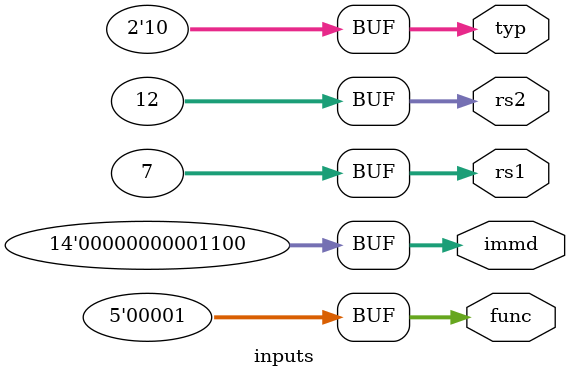
<source format=v>
module inputs(
	output reg [31:0] rs1,
	output reg [31:0] rs2,
	output reg [4:0] func,
	output reg [13:0] immd, 
	output reg [1:0] typ
);

	initial begin
		typ = 2'b10;
		func = 5'b00001;
		rs1 = 32'b00000000000000000000000000000111;
		rs2 = 32'b00000000000000000000000000001100;
		immd = 14'b00000000001100; 
	end
	
endmodule 
</source>
